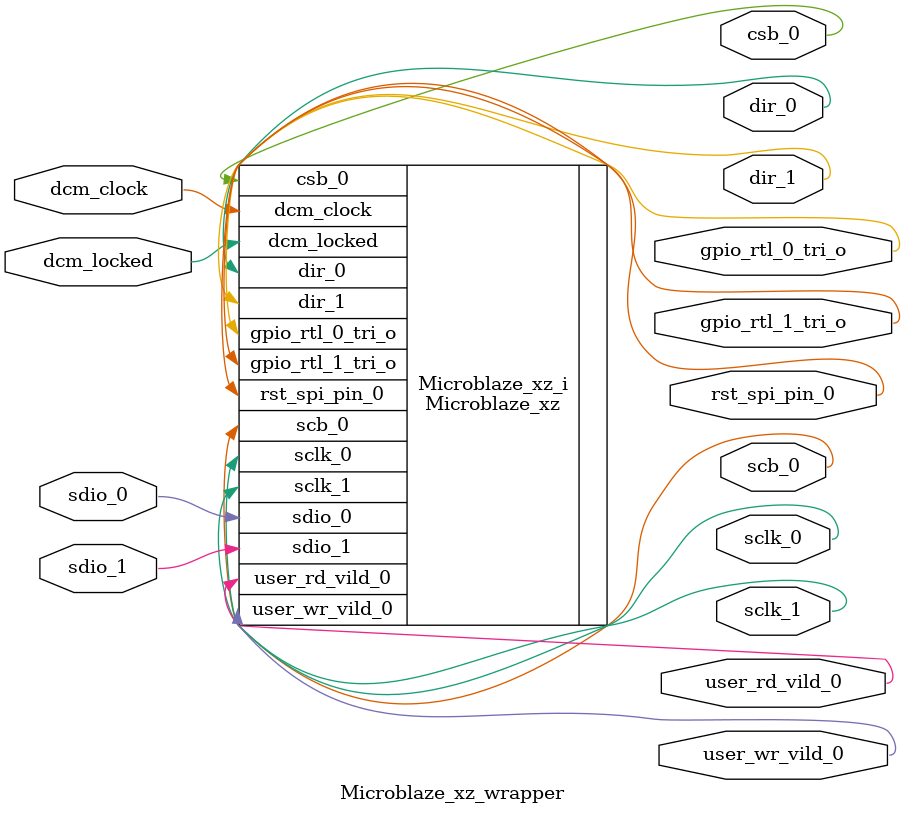
<source format=v>
`timescale 1 ps / 1 ps

module Microblaze_xz_wrapper
   (csb_0,
    dcm_clock,
    dcm_locked,
    dir_0,
    dir_1,
    gpio_rtl_0_tri_o,
    gpio_rtl_1_tri_o,
    rst_spi_pin_0,
    scb_0,
    sclk_0,
    sclk_1,
    sdio_0,
    sdio_1,
    user_rd_vild_0,
    user_wr_vild_0);
  output csb_0;
  input dcm_clock;
  input dcm_locked;
  output dir_0;
  output dir_1;
  output [0:0]gpio_rtl_0_tri_o;
  output [0:0]gpio_rtl_1_tri_o;
  output rst_spi_pin_0;
  output scb_0;
  output sclk_0;
  output sclk_1;
  inout sdio_0;
  inout sdio_1;
  output user_rd_vild_0;
  output user_wr_vild_0;

  wire csb_0;
  wire dcm_clock;
  wire dcm_locked;
  wire dir_0;
  wire dir_1;
  wire [0:0]gpio_rtl_0_tri_o;
  wire [0:0]gpio_rtl_1_tri_o;
  wire rst_spi_pin_0;
  wire scb_0;
  wire sclk_0;
  wire sclk_1;
  wire sdio_0;
  wire sdio_1;
  wire user_rd_vild_0;
  wire user_wr_vild_0;

  Microblaze_xz Microblaze_xz_i
       (.csb_0(csb_0),
        .dcm_clock(dcm_clock),
        .dcm_locked(dcm_locked),
        .dir_0(dir_0),
        .dir_1(dir_1),
        .gpio_rtl_0_tri_o(gpio_rtl_0_tri_o),
        .gpio_rtl_1_tri_o(gpio_rtl_1_tri_o),
        .rst_spi_pin_0(rst_spi_pin_0),
        .scb_0(scb_0),
        .sclk_0(sclk_0),
        .sclk_1(sclk_1),
        .sdio_0(sdio_0),
        .sdio_1(sdio_1),
        .user_rd_vild_0(user_rd_vild_0),
        .user_wr_vild_0(user_wr_vild_0));
endmodule

</source>
